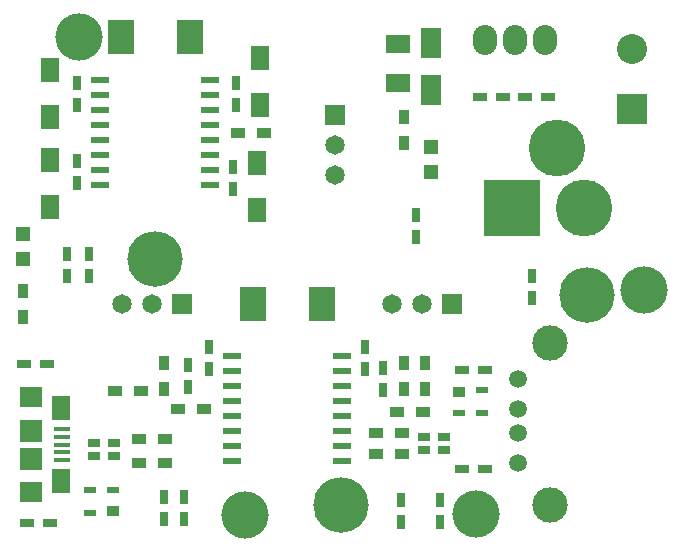
<source format=gbr>
G04 #@! TF.FileFunction,Soldermask,Top*
%FSLAX46Y46*%
G04 Gerber Fmt 4.6, Leading zero omitted, Abs format (unit mm)*
G04 Created by KiCad (PCBNEW 4.0.2-stable) date 26/07/2016 20:14:39*
%MOMM*%
G01*
G04 APERTURE LIST*
%ADD10C,0.100000*%
%ADD11C,4.800600*%
%ADD12R,4.800600X4.800600*%
%ADD13C,1.501140*%
%ADD14C,2.999740*%
%ADD15C,4.000000*%
%ADD16R,0.750000X1.200000*%
%ADD17R,1.600000X2.000000*%
%ADD18R,2.200000X3.000000*%
%ADD19R,2.032000X1.524000*%
%ADD20R,1.200000X0.750000*%
%ADD21R,1.198880X1.198880*%
%ADD22R,2.540000X2.540000*%
%ADD23C,2.540000*%
%ADD24R,0.900000X1.200000*%
%ADD25R,1.200000X0.900000*%
%ADD26R,1.500000X0.600000*%
%ADD27O,2.032000X2.540000*%
%ADD28R,1.651000X1.651000*%
%ADD29C,1.651000*%
%ADD30R,1.350000X0.400000*%
%ADD31R,1.600000X2.100000*%
%ADD32R,1.900000X1.800000*%
%ADD33R,1.900000X1.900000*%
%ADD34R,1.700000X2.500000*%
%ADD35C,4.700000*%
%ADD36R,1.100000X0.787400*%
%ADD37R,1.000000X0.960000*%
%ADD38R,1.000000X0.540000*%
G04 APERTURE END LIST*
D10*
D11*
X159766000Y-92710000D03*
D12*
X153670000Y-92710000D03*
D11*
X157480000Y-87630000D03*
D13*
X154175880Y-107187140D03*
X154175880Y-109727140D03*
X154175880Y-111759140D03*
X154175880Y-114299140D03*
D14*
X156842880Y-104139140D03*
X156842880Y-117855140D03*
D15*
X131064000Y-118745000D03*
X116967000Y-78232000D03*
X150622000Y-118618000D03*
X164846000Y-99695000D03*
D16*
X115951000Y-98486000D03*
X115951000Y-96586000D03*
X117856000Y-98486000D03*
X117856000Y-96586000D03*
X125857000Y-119060000D03*
X125857000Y-117160000D03*
X124206000Y-119060000D03*
X124206000Y-117160000D03*
D17*
X114554000Y-81058000D03*
X114554000Y-85058000D03*
X114554000Y-88678000D03*
X114554000Y-92678000D03*
D16*
X116840000Y-82108000D03*
X116840000Y-84008000D03*
X116840000Y-88712000D03*
X116840000Y-90612000D03*
D18*
X126344000Y-78232000D03*
X120544000Y-78232000D03*
X137520000Y-100838000D03*
X131720000Y-100838000D03*
D16*
X130302000Y-82108000D03*
X130302000Y-84008000D03*
X130048000Y-89220000D03*
X130048000Y-91120000D03*
D17*
X132334000Y-80042000D03*
X132334000Y-84042000D03*
X132080000Y-88932000D03*
X132080000Y-92932000D03*
D19*
X144018000Y-78867000D03*
X144018000Y-82169000D03*
D20*
X150942000Y-83312000D03*
X152842000Y-83312000D03*
X156652000Y-83312000D03*
X154752000Y-83312000D03*
D16*
X147574000Y-119314000D03*
X147574000Y-117414000D03*
X155321000Y-100391000D03*
X155321000Y-98491000D03*
X145542000Y-95184000D03*
X145542000Y-93284000D03*
X144272000Y-119314000D03*
X144272000Y-117414000D03*
X126238000Y-107884000D03*
X126238000Y-105984000D03*
X128016000Y-106360000D03*
X128016000Y-104460000D03*
X141224000Y-106360000D03*
X141224000Y-104460000D03*
X142748000Y-108138000D03*
X142748000Y-106238000D03*
D21*
X112268000Y-94962980D03*
X112268000Y-97061020D03*
X146812000Y-89695020D03*
X146812000Y-87596980D03*
D20*
X114488000Y-119380000D03*
X112588000Y-119380000D03*
X112334000Y-105918000D03*
X114234000Y-105918000D03*
X149418000Y-114808000D03*
X151318000Y-114808000D03*
X151318000Y-106426000D03*
X149418000Y-106426000D03*
D22*
X163830000Y-84328000D03*
D23*
X163830000Y-79248000D03*
D24*
X112268000Y-99738000D03*
X112268000Y-101938000D03*
D25*
X124290000Y-112268000D03*
X122090000Y-112268000D03*
X124290000Y-114300000D03*
X122090000Y-114300000D03*
X132672000Y-86360000D03*
X130472000Y-86360000D03*
X144356000Y-111760000D03*
X142156000Y-111760000D03*
X144356000Y-113538000D03*
X142156000Y-113538000D03*
D24*
X144526000Y-87206000D03*
X144526000Y-85006000D03*
D25*
X120058000Y-108204000D03*
X122258000Y-108204000D03*
D24*
X124206000Y-108034000D03*
X124206000Y-105834000D03*
D25*
X125392000Y-109728000D03*
X127592000Y-109728000D03*
D24*
X144526000Y-105834000D03*
X144526000Y-108034000D03*
D25*
X143934000Y-109982000D03*
X146134000Y-109982000D03*
D24*
X146304000Y-105834000D03*
X146304000Y-108034000D03*
D26*
X118794000Y-81915000D03*
X118794000Y-83185000D03*
X118794000Y-84455000D03*
X118794000Y-85725000D03*
X118794000Y-86995000D03*
X118794000Y-88265000D03*
X118794000Y-89535000D03*
X118794000Y-90805000D03*
X128094000Y-90805000D03*
X128094000Y-89535000D03*
X128094000Y-88265000D03*
X128094000Y-86995000D03*
X128094000Y-85725000D03*
X128094000Y-84455000D03*
X128094000Y-83185000D03*
X128094000Y-81915000D03*
D27*
X153924000Y-78486000D03*
X151384000Y-78486000D03*
X156464000Y-78486000D03*
D28*
X138684000Y-84836000D03*
D29*
X138684000Y-87376000D03*
X138684000Y-89916000D03*
D28*
X125730000Y-100838000D03*
D29*
X123190000Y-100838000D03*
X120650000Y-100838000D03*
D28*
X148590000Y-100838000D03*
D29*
X146050000Y-100838000D03*
X143510000Y-100838000D03*
D26*
X129970000Y-105283000D03*
X129970000Y-106553000D03*
X129970000Y-107823000D03*
X129970000Y-109093000D03*
X129970000Y-110363000D03*
X129970000Y-111633000D03*
X129970000Y-112903000D03*
X129970000Y-114173000D03*
X139270000Y-114173000D03*
X139270000Y-112903000D03*
X139270000Y-111633000D03*
X139270000Y-110363000D03*
X139270000Y-109093000D03*
X139270000Y-107823000D03*
X139270000Y-106553000D03*
X139270000Y-105283000D03*
D30*
X115578000Y-112776000D03*
X115578000Y-112126000D03*
X115578000Y-113426000D03*
X115578000Y-111476000D03*
X115578000Y-114076000D03*
D31*
X115453000Y-109676000D03*
X115453000Y-115876000D03*
D32*
X112903000Y-108776000D03*
X112903000Y-116776000D03*
D33*
X112903000Y-111576000D03*
X112903000Y-113976000D03*
D34*
X146812000Y-82772000D03*
X146812000Y-78772000D03*
D35*
X123444000Y-97028000D03*
X139192000Y-117856000D03*
X160020000Y-100076000D03*
D36*
X118275100Y-113690400D03*
X118275100Y-112623600D03*
X119976900Y-113690400D03*
X119976900Y-112623600D03*
X147916900Y-112115600D03*
X147916900Y-113182400D03*
X146215100Y-112115600D03*
X146215100Y-113182400D03*
D37*
X119847000Y-118362000D03*
D38*
X117897000Y-116642000D03*
X119847000Y-116642000D03*
X117897000Y-118562000D03*
D37*
X149139000Y-108333000D03*
D38*
X151089000Y-110053000D03*
X149139000Y-110053000D03*
X151089000Y-108133000D03*
M02*

</source>
